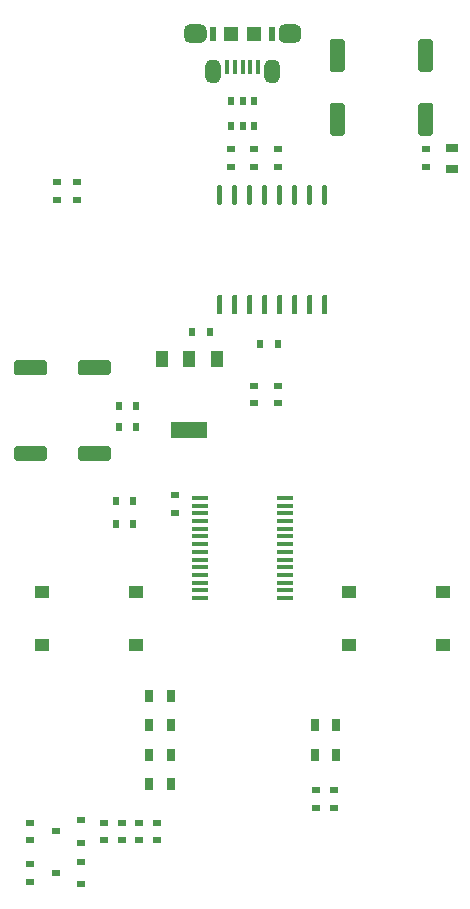
<source format=gtp>
%TF.GenerationSoftware,KiCad,Pcbnew,(5.1.10)-1*%
%TF.CreationDate,2022-01-11T09:06:52+01:00*%
%TF.ProjectId,EspOptoProg,4573704f-7074-46f5-9072-6f672e6b6963,rev?*%
%TF.SameCoordinates,Original*%
%TF.FileFunction,Paste,Top*%
%TF.FilePolarity,Positive*%
%FSLAX46Y46*%
G04 Gerber Fmt 4.6, Leading zero omitted, Abs format (unit mm)*
G04 Created by KiCad (PCBNEW (5.1.10)-1) date 2022-01-11 09:06:52*
%MOMM*%
%LPD*%
G01*
G04 APERTURE LIST*
%ADD10R,0.480000X0.760000*%
%ADD11R,0.760000X0.480000*%
%ADD12R,1.320000X0.320000*%
%ADD13R,0.800608X0.560000*%
%ADD14R,0.640000X1.120000*%
%ADD15R,3.039872X1.440688*%
%ADD16R,1.040384X1.440688*%
%ADD17R,0.560000X1.200000*%
%ADD18R,1.200000X1.200000*%
%ADD19O,0.720000X1.240000*%
%ADD20O,1.040000X0.800000*%
%ADD21R,0.360000X1.280000*%
%ADD22R,1.240000X1.040000*%
%ADD23R,1.120000X0.640000*%
%ADD24R,0.479552X0.800608*%
G04 APERTURE END LIST*
D10*
%TO.C,C21*%
X21500000Y52250000D03*
X23000000Y52250000D03*
%TD*%
D11*
%TO.C,C20*%
X23000000Y67250000D03*
X23000000Y68750000D03*
%TD*%
%TO.C,U20*%
G36*
G01*
X26825000Y56420000D02*
X27065000Y56420000D01*
G75*
G02*
X27185000Y56300000I0J-120000D01*
G01*
X27185000Y54900000D01*
G75*
G02*
X27065000Y54780000I-120000J0D01*
G01*
X26825000Y54780000D01*
G75*
G02*
X26705000Y54900000I0J120000D01*
G01*
X26705000Y56300000D01*
G75*
G02*
X26825000Y56420000I120000J0D01*
G01*
G37*
G36*
G01*
X25555000Y56420000D02*
X25795000Y56420000D01*
G75*
G02*
X25915000Y56300000I0J-120000D01*
G01*
X25915000Y54900000D01*
G75*
G02*
X25795000Y54780000I-120000J0D01*
G01*
X25555000Y54780000D01*
G75*
G02*
X25435000Y54900000I0J120000D01*
G01*
X25435000Y56300000D01*
G75*
G02*
X25555000Y56420000I120000J0D01*
G01*
G37*
G36*
G01*
X24285000Y56420000D02*
X24525000Y56420000D01*
G75*
G02*
X24645000Y56300000I0J-120000D01*
G01*
X24645000Y54900000D01*
G75*
G02*
X24525000Y54780000I-120000J0D01*
G01*
X24285000Y54780000D01*
G75*
G02*
X24165000Y54900000I0J120000D01*
G01*
X24165000Y56300000D01*
G75*
G02*
X24285000Y56420000I120000J0D01*
G01*
G37*
G36*
G01*
X23015000Y56420000D02*
X23255000Y56420000D01*
G75*
G02*
X23375000Y56300000I0J-120000D01*
G01*
X23375000Y54900000D01*
G75*
G02*
X23255000Y54780000I-120000J0D01*
G01*
X23015000Y54780000D01*
G75*
G02*
X22895000Y54900000I0J120000D01*
G01*
X22895000Y56300000D01*
G75*
G02*
X23015000Y56420000I120000J0D01*
G01*
G37*
G36*
G01*
X21745000Y56420000D02*
X21985000Y56420000D01*
G75*
G02*
X22105000Y56300000I0J-120000D01*
G01*
X22105000Y54900000D01*
G75*
G02*
X21985000Y54780000I-120000J0D01*
G01*
X21745000Y54780000D01*
G75*
G02*
X21625000Y54900000I0J120000D01*
G01*
X21625000Y56300000D01*
G75*
G02*
X21745000Y56420000I120000J0D01*
G01*
G37*
G36*
G01*
X20475000Y56420000D02*
X20715000Y56420000D01*
G75*
G02*
X20835000Y56300000I0J-120000D01*
G01*
X20835000Y54900000D01*
G75*
G02*
X20715000Y54780000I-120000J0D01*
G01*
X20475000Y54780000D01*
G75*
G02*
X20355000Y54900000I0J120000D01*
G01*
X20355000Y56300000D01*
G75*
G02*
X20475000Y56420000I120000J0D01*
G01*
G37*
G36*
G01*
X19205000Y56420000D02*
X19445000Y56420000D01*
G75*
G02*
X19565000Y56300000I0J-120000D01*
G01*
X19565000Y54900000D01*
G75*
G02*
X19445000Y54780000I-120000J0D01*
G01*
X19205000Y54780000D01*
G75*
G02*
X19085000Y54900000I0J120000D01*
G01*
X19085000Y56300000D01*
G75*
G02*
X19205000Y56420000I120000J0D01*
G01*
G37*
G36*
G01*
X17935000Y56420000D02*
X18175000Y56420000D01*
G75*
G02*
X18295000Y56300000I0J-120000D01*
G01*
X18295000Y54900000D01*
G75*
G02*
X18175000Y54780000I-120000J0D01*
G01*
X17935000Y54780000D01*
G75*
G02*
X17815000Y54900000I0J120000D01*
G01*
X17815000Y56300000D01*
G75*
G02*
X17935000Y56420000I120000J0D01*
G01*
G37*
G36*
G01*
X17935000Y65720000D02*
X18175000Y65720000D01*
G75*
G02*
X18295000Y65600000I0J-120000D01*
G01*
X18295000Y64200000D01*
G75*
G02*
X18175000Y64080000I-120000J0D01*
G01*
X17935000Y64080000D01*
G75*
G02*
X17815000Y64200000I0J120000D01*
G01*
X17815000Y65600000D01*
G75*
G02*
X17935000Y65720000I120000J0D01*
G01*
G37*
G36*
G01*
X19205000Y65720000D02*
X19445000Y65720000D01*
G75*
G02*
X19565000Y65600000I0J-120000D01*
G01*
X19565000Y64200000D01*
G75*
G02*
X19445000Y64080000I-120000J0D01*
G01*
X19205000Y64080000D01*
G75*
G02*
X19085000Y64200000I0J120000D01*
G01*
X19085000Y65600000D01*
G75*
G02*
X19205000Y65720000I120000J0D01*
G01*
G37*
G36*
G01*
X20475000Y65720000D02*
X20715000Y65720000D01*
G75*
G02*
X20835000Y65600000I0J-120000D01*
G01*
X20835000Y64200000D01*
G75*
G02*
X20715000Y64080000I-120000J0D01*
G01*
X20475000Y64080000D01*
G75*
G02*
X20355000Y64200000I0J120000D01*
G01*
X20355000Y65600000D01*
G75*
G02*
X20475000Y65720000I120000J0D01*
G01*
G37*
G36*
G01*
X21745000Y65720000D02*
X21985000Y65720000D01*
G75*
G02*
X22105000Y65600000I0J-120000D01*
G01*
X22105000Y64200000D01*
G75*
G02*
X21985000Y64080000I-120000J0D01*
G01*
X21745000Y64080000D01*
G75*
G02*
X21625000Y64200000I0J120000D01*
G01*
X21625000Y65600000D01*
G75*
G02*
X21745000Y65720000I120000J0D01*
G01*
G37*
G36*
G01*
X23015000Y65720000D02*
X23255000Y65720000D01*
G75*
G02*
X23375000Y65600000I0J-120000D01*
G01*
X23375000Y64200000D01*
G75*
G02*
X23255000Y64080000I-120000J0D01*
G01*
X23015000Y64080000D01*
G75*
G02*
X22895000Y64200000I0J120000D01*
G01*
X22895000Y65600000D01*
G75*
G02*
X23015000Y65720000I120000J0D01*
G01*
G37*
G36*
G01*
X24285000Y65720000D02*
X24525000Y65720000D01*
G75*
G02*
X24645000Y65600000I0J-120000D01*
G01*
X24645000Y64200000D01*
G75*
G02*
X24525000Y64080000I-120000J0D01*
G01*
X24285000Y64080000D01*
G75*
G02*
X24165000Y64200000I0J120000D01*
G01*
X24165000Y65600000D01*
G75*
G02*
X24285000Y65720000I120000J0D01*
G01*
G37*
G36*
G01*
X25555000Y65720000D02*
X25795000Y65720000D01*
G75*
G02*
X25915000Y65600000I0J-120000D01*
G01*
X25915000Y64200000D01*
G75*
G02*
X25795000Y64080000I-120000J0D01*
G01*
X25555000Y64080000D01*
G75*
G02*
X25435000Y64200000I0J120000D01*
G01*
X25435000Y65600000D01*
G75*
G02*
X25555000Y65720000I120000J0D01*
G01*
G37*
G36*
G01*
X26825000Y65720000D02*
X27065000Y65720000D01*
G75*
G02*
X27185000Y65600000I0J-120000D01*
G01*
X27185000Y64200000D01*
G75*
G02*
X27065000Y64080000I-120000J0D01*
G01*
X26825000Y64080000D01*
G75*
G02*
X26705000Y64200000I0J120000D01*
G01*
X26705000Y65600000D01*
G75*
G02*
X26825000Y65720000I120000J0D01*
G01*
G37*
%TD*%
D12*
%TO.C,U30*%
X16400000Y37925000D03*
X16400000Y38575000D03*
X16400000Y39225000D03*
X23600000Y39225000D03*
X23600000Y38575000D03*
X23600000Y37925000D03*
X23600000Y32075000D03*
X23600000Y31425000D03*
X23600000Y30775000D03*
X16400000Y30775000D03*
X16400000Y31425000D03*
X16400000Y32075000D03*
X16400000Y33375000D03*
X23600000Y37275000D03*
X16400000Y34025000D03*
X16400000Y34675000D03*
X16400000Y35325000D03*
X16400000Y35975000D03*
X16400000Y36625000D03*
X16400000Y37275000D03*
X23600000Y34025000D03*
X23600000Y33375000D03*
X23600000Y32725000D03*
X16400000Y32725000D03*
X23600000Y36625000D03*
X23600000Y35975000D03*
X23600000Y35325000D03*
X23600000Y34675000D03*
%TD*%
%TO.C,C53*%
G36*
G01*
X35940000Y75300000D02*
X35060000Y75300000D01*
G75*
G02*
X34860000Y75500000I0J200000D01*
G01*
X34860000Y77900000D01*
G75*
G02*
X35060000Y78100000I200000J0D01*
G01*
X35940000Y78100000D01*
G75*
G02*
X36140000Y77900000I0J-200000D01*
G01*
X36140000Y75500000D01*
G75*
G02*
X35940000Y75300000I-200000J0D01*
G01*
G37*
G36*
G01*
X35940000Y69900000D02*
X35060000Y69900000D01*
G75*
G02*
X34860000Y70100000I0J200000D01*
G01*
X34860000Y72500000D01*
G75*
G02*
X35060000Y72700000I200000J0D01*
G01*
X35940000Y72700000D01*
G75*
G02*
X36140000Y72500000I0J-200000D01*
G01*
X36140000Y70100000D01*
G75*
G02*
X35940000Y69900000I-200000J0D01*
G01*
G37*
%TD*%
D10*
%TO.C,C57*%
X10750000Y39000000D03*
X9250000Y39000000D03*
%TD*%
%TO.C,C56*%
X10750000Y37000000D03*
X9250000Y37000000D03*
%TD*%
%TO.C,C55*%
G36*
G01*
X3450000Y43440000D02*
X3450000Y42560000D01*
G75*
G02*
X3250000Y42360000I-200000J0D01*
G01*
X850000Y42360000D01*
G75*
G02*
X650000Y42560000I0J200000D01*
G01*
X650000Y43440000D01*
G75*
G02*
X850000Y43640000I200000J0D01*
G01*
X3250000Y43640000D01*
G75*
G02*
X3450000Y43440000I0J-200000D01*
G01*
G37*
G36*
G01*
X8850000Y43440000D02*
X8850000Y42560000D01*
G75*
G02*
X8650000Y42360000I-200000J0D01*
G01*
X6250000Y42360000D01*
G75*
G02*
X6050000Y42560000I0J200000D01*
G01*
X6050000Y43440000D01*
G75*
G02*
X6250000Y43640000I200000J0D01*
G01*
X8650000Y43640000D01*
G75*
G02*
X8850000Y43440000I0J-200000D01*
G01*
G37*
%TD*%
%TO.C,C54*%
G36*
G01*
X3450000Y50690000D02*
X3450000Y49810000D01*
G75*
G02*
X3250000Y49610000I-200000J0D01*
G01*
X850000Y49610000D01*
G75*
G02*
X650000Y49810000I0J200000D01*
G01*
X650000Y50690000D01*
G75*
G02*
X850000Y50890000I200000J0D01*
G01*
X3250000Y50890000D01*
G75*
G02*
X3450000Y50690000I0J-200000D01*
G01*
G37*
G36*
G01*
X8850000Y50690000D02*
X8850000Y49810000D01*
G75*
G02*
X8650000Y49610000I-200000J0D01*
G01*
X6250000Y49610000D01*
G75*
G02*
X6050000Y49810000I0J200000D01*
G01*
X6050000Y50690000D01*
G75*
G02*
X6250000Y50890000I200000J0D01*
G01*
X8650000Y50890000D01*
G75*
G02*
X8850000Y50690000I0J-200000D01*
G01*
G37*
%TD*%
%TO.C,C52*%
G36*
G01*
X28440000Y75300000D02*
X27560000Y75300000D01*
G75*
G02*
X27360000Y75500000I0J200000D01*
G01*
X27360000Y77900000D01*
G75*
G02*
X27560000Y78100000I200000J0D01*
G01*
X28440000Y78100000D01*
G75*
G02*
X28640000Y77900000I0J-200000D01*
G01*
X28640000Y75500000D01*
G75*
G02*
X28440000Y75300000I-200000J0D01*
G01*
G37*
G36*
G01*
X28440000Y69900000D02*
X27560000Y69900000D01*
G75*
G02*
X27360000Y70100000I0J200000D01*
G01*
X27360000Y72500000D01*
G75*
G02*
X27560000Y72700000I200000J0D01*
G01*
X28440000Y72700000D01*
G75*
G02*
X28640000Y72500000I0J-200000D01*
G01*
X28640000Y70100000D01*
G75*
G02*
X28440000Y69900000I-200000J0D01*
G01*
G37*
%TD*%
D13*
%TO.C,T71*%
X6306640Y8452500D03*
X4193360Y7500000D03*
X6306640Y6547500D03*
%TD*%
%TO.C,T70*%
X6306640Y11952500D03*
X4193360Y11000000D03*
X6306640Y10047500D03*
%TD*%
D11*
%TO.C,R76*%
X9750000Y11750000D03*
X9750000Y10250000D03*
%TD*%
%TO.C,R75*%
X2000000Y6750000D03*
X2000000Y8250000D03*
%TD*%
%TO.C,R74*%
X11250000Y11750000D03*
X11250000Y10250000D03*
%TD*%
%TO.C,R73*%
X2000000Y10250000D03*
X2000000Y11750000D03*
%TD*%
D14*
%TO.C,D74*%
X13900000Y20000000D03*
X12100000Y20000000D03*
%TD*%
%TO.C,D73*%
X13900000Y17500000D03*
X12100000Y17500000D03*
%TD*%
D15*
%TO.C,U60*%
X15500000Y45000260D03*
D16*
X13198760Y50999740D03*
X15500000Y50999740D03*
X17801240Y50999740D03*
%TD*%
D11*
%TO.C,R72*%
X8250000Y11750000D03*
X8250000Y10250000D03*
%TD*%
%TO.C,R71*%
X12750000Y11750000D03*
X12750000Y10250000D03*
%TD*%
%TO.C,R70*%
X35500000Y68750000D03*
X35500000Y67250000D03*
%TD*%
%TO.C,R33*%
X26250000Y13000000D03*
X26250000Y14500000D03*
%TD*%
%TO.C,R32*%
X27750000Y13000000D03*
X27750000Y14500000D03*
%TD*%
%TO.C,R31*%
X21000000Y48750000D03*
X21000000Y47250000D03*
%TD*%
%TO.C,R30*%
X23000000Y47250000D03*
X23000000Y48750000D03*
%TD*%
%TO.C,R11*%
X19000000Y67250000D03*
X19000000Y68750000D03*
%TD*%
%TO.C,R10*%
X21000000Y67250000D03*
X21000000Y68750000D03*
%TD*%
%TO.C,K10*%
G36*
G01*
X24950000Y78875501D02*
X24950000Y78224499D01*
G75*
G02*
X24500501Y77775000I-449499J0D01*
G01*
X23499499Y77775000D01*
G75*
G02*
X23050000Y78224499I0J449499D01*
G01*
X23050000Y78875501D01*
G75*
G02*
X23499499Y79325000I449499J0D01*
G01*
X24500501Y79325000D01*
G75*
G02*
X24950000Y78875501I0J-449499D01*
G01*
G37*
G36*
G01*
X16950000Y78875501D02*
X16950000Y78224499D01*
G75*
G02*
X16500501Y77775000I-449499J0D01*
G01*
X15499499Y77775000D01*
G75*
G02*
X15050000Y78224499I0J449499D01*
G01*
X15050000Y78875501D01*
G75*
G02*
X15499499Y79325000I449499J0D01*
G01*
X16500501Y79325000D01*
G75*
G02*
X16950000Y78875501I0J-449499D01*
G01*
G37*
G36*
G01*
X23150000Y75849500D02*
X23150000Y74850500D01*
G75*
G02*
X22649500Y74350000I-500500J0D01*
G01*
X22350500Y74350000D01*
G75*
G02*
X21850000Y74850500I0J500500D01*
G01*
X21850000Y75849500D01*
G75*
G02*
X22350500Y76350000I500500J0D01*
G01*
X22649500Y76350000D01*
G75*
G02*
X23150000Y75849500I0J-500500D01*
G01*
G37*
G36*
G01*
X18150000Y75849500D02*
X18150000Y74850500D01*
G75*
G02*
X17649500Y74350000I-500500J0D01*
G01*
X17350500Y74350000D01*
G75*
G02*
X16850000Y74850500I0J500500D01*
G01*
X16850000Y75849500D01*
G75*
G02*
X17350500Y76350000I500500J0D01*
G01*
X17649500Y76350000D01*
G75*
G02*
X18150000Y75849500I0J-500500D01*
G01*
G37*
D17*
X22500000Y78550000D03*
X17500000Y78550000D03*
D18*
X21000000Y78550000D03*
X19000000Y78550000D03*
D19*
X16500000Y78550000D03*
D20*
X22500000Y75850000D03*
X17500000Y75850000D03*
D19*
X23500000Y78550000D03*
D21*
X18700000Y75750000D03*
X19350000Y75750000D03*
X20000000Y75750000D03*
X20650000Y75750000D03*
X21300000Y75750000D03*
%TD*%
D22*
%TO.C,J32*%
X29020000Y31250000D03*
X29020000Y26750000D03*
X36980000Y26750000D03*
X36980000Y31250000D03*
%TD*%
%TO.C,J31*%
X3020000Y31250000D03*
X3020000Y26750000D03*
X10980000Y26750000D03*
X10980000Y31250000D03*
%TD*%
D14*
%TO.C,D72*%
X13900000Y22500000D03*
X12100000Y22500000D03*
%TD*%
%TO.C,D71*%
X13900000Y15000000D03*
X12100000Y15000000D03*
%TD*%
D23*
%TO.C,D70*%
X37750000Y68900000D03*
X37750000Y67100000D03*
%TD*%
D14*
%TO.C,D31*%
X27900000Y20000000D03*
X26100000Y20000000D03*
%TD*%
%TO.C,D30*%
X27900000Y17500000D03*
X26100000Y17500000D03*
%TD*%
D24*
%TO.C,D10*%
X20000000Y70693360D03*
X20952500Y70693360D03*
X19047500Y70693360D03*
X20000000Y72806640D03*
X19047500Y72806640D03*
X20952500Y72806640D03*
%TD*%
D10*
%TO.C,C62*%
X15750000Y53250000D03*
X17250000Y53250000D03*
%TD*%
%TO.C,C61*%
X9500000Y47000000D03*
X11000000Y47000000D03*
%TD*%
%TO.C,C60*%
X9500000Y45250000D03*
X11000000Y45250000D03*
%TD*%
D11*
%TO.C,C51*%
X6000000Y64500000D03*
X6000000Y66000000D03*
%TD*%
%TO.C,C50*%
X4250000Y64500000D03*
X4250000Y66000000D03*
%TD*%
%TO.C,C30*%
X14250000Y38000000D03*
X14250000Y39500000D03*
%TD*%
M02*

</source>
